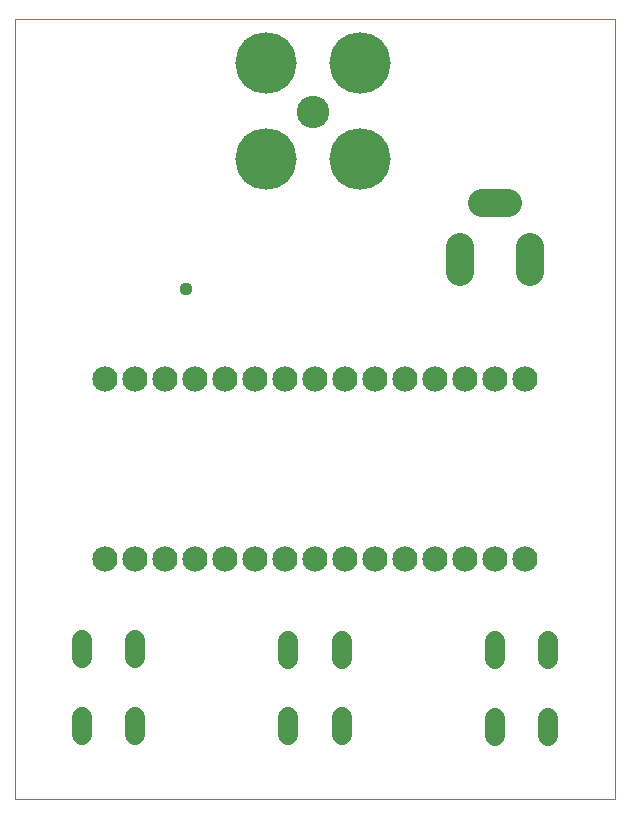
<source format=gbs>
G75*
%MOIN*%
%OFA0B0*%
%FSLAX25Y25*%
%IPPOS*%
%LPD*%
%AMOC8*
5,1,8,0,0,1.08239X$1,22.5*
%
%ADD10C,0.00000*%
%ADD11C,0.06800*%
%ADD12C,0.09400*%
%ADD13C,0.08400*%
%ADD14C,0.20485*%
%ADD15C,0.10800*%
%ADD16R,0.04762X0.04762*%
%ADD17C,0.04369*%
D10*
X0001000Y0001000D02*
X0201000Y0001000D01*
X0201000Y0261000D01*
X0001000Y0261000D01*
X0001000Y0001000D01*
D11*
X0023278Y0022452D02*
X0023278Y0028452D01*
X0023278Y0048052D02*
X0023278Y0054052D01*
X0041078Y0054052D02*
X0041078Y0048052D01*
X0041078Y0028452D02*
X0041078Y0022452D01*
X0092089Y0022340D02*
X0092089Y0028340D01*
X0109889Y0028340D02*
X0109889Y0022340D01*
X0109889Y0047940D02*
X0109889Y0053940D01*
X0092089Y0053940D02*
X0092089Y0047940D01*
X0160940Y0047900D02*
X0160940Y0053900D01*
X0178740Y0053900D02*
X0178740Y0047900D01*
X0178740Y0028300D02*
X0178740Y0022300D01*
X0160940Y0022300D02*
X0160940Y0028300D01*
D12*
X0149189Y0176700D02*
X0149189Y0185300D01*
X0156700Y0199898D02*
X0165300Y0199898D01*
X0172811Y0185300D02*
X0172811Y0176700D01*
D13*
X0171085Y0141051D03*
X0161085Y0141051D03*
X0151085Y0141051D03*
X0141085Y0141051D03*
X0131085Y0141051D03*
X0121085Y0141051D03*
X0111085Y0141051D03*
X0101085Y0141051D03*
X0091085Y0141051D03*
X0081085Y0141051D03*
X0071085Y0141051D03*
X0061085Y0141051D03*
X0051085Y0141051D03*
X0041085Y0141051D03*
X0031085Y0141051D03*
X0031085Y0081051D03*
X0041085Y0081051D03*
X0051085Y0081051D03*
X0061085Y0081051D03*
X0071085Y0081051D03*
X0081085Y0081051D03*
X0091085Y0081051D03*
X0101085Y0081051D03*
X0111085Y0081051D03*
X0121085Y0081051D03*
X0131085Y0081051D03*
X0141085Y0081051D03*
X0151085Y0081051D03*
X0161085Y0081051D03*
X0171085Y0081051D03*
D14*
X0116039Y0214465D03*
X0116039Y0246354D03*
X0084543Y0246354D03*
X0084543Y0214465D03*
D15*
X0100291Y0230213D03*
D16*
X0172895Y0176496D03*
D17*
X0058087Y0171070D03*
M02*

</source>
